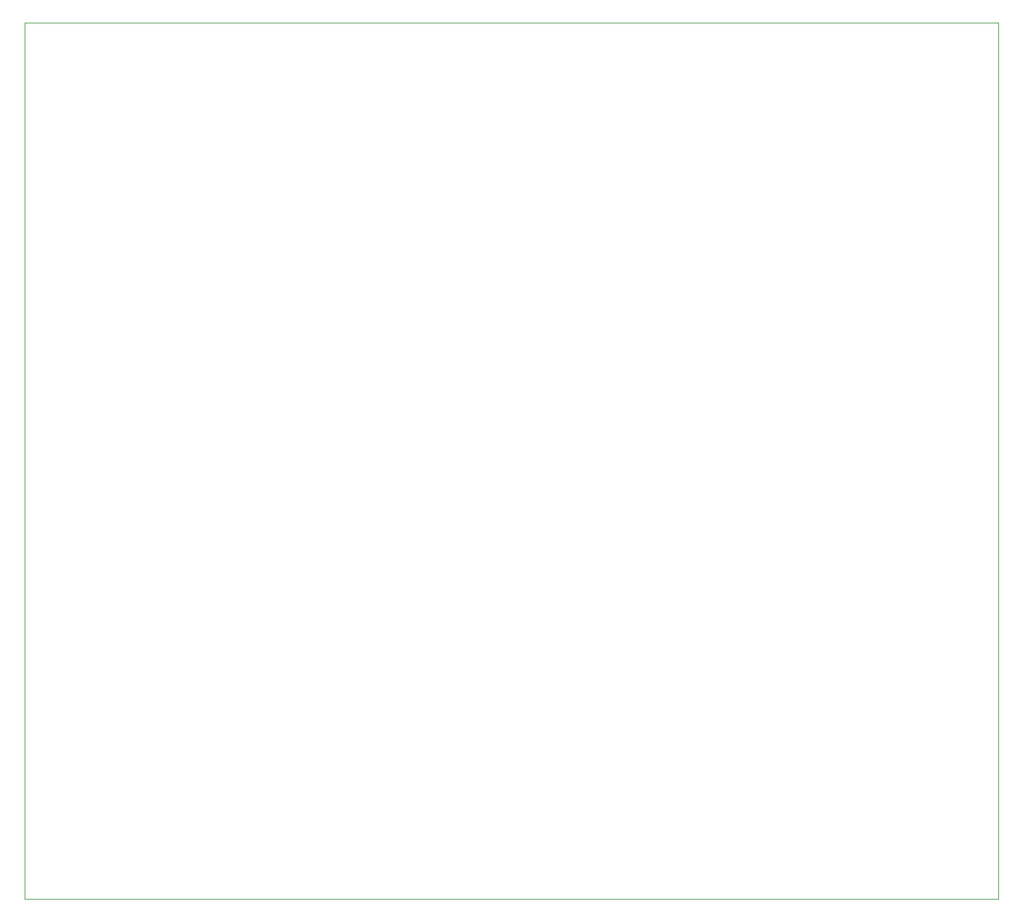
<source format=gbr>
%TF.GenerationSoftware,KiCad,Pcbnew,7.0.10*%
%TF.CreationDate,2024-02-05T22:27:57-06:00*%
%TF.ProjectId,SBC Circuit,53424320-4369-4726-9375-69742e6b6963,0.0*%
%TF.SameCoordinates,Original*%
%TF.FileFunction,Profile,NP*%
%FSLAX46Y46*%
G04 Gerber Fmt 4.6, Leading zero omitted, Abs format (unit mm)*
G04 Created by KiCad (PCBNEW 7.0.10) date 2024-02-05 22:27:57*
%MOMM*%
%LPD*%
G01*
G04 APERTURE LIST*
%TA.AperFunction,Profile*%
%ADD10C,0.100000*%
%TD*%
G04 APERTURE END LIST*
D10*
X76200000Y-31750000D02*
X203200000Y-31750000D01*
X203200000Y-146050000D01*
X76200000Y-146050000D01*
X76200000Y-31750000D01*
M02*

</source>
